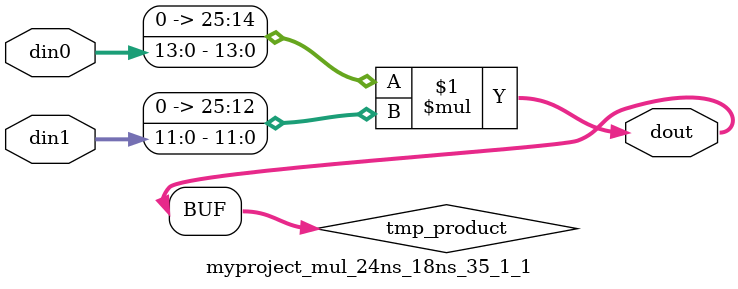
<source format=v>

`timescale 1 ns / 1 ps

  module myproject_mul_24ns_18ns_35_1_1(din0, din1, dout);
parameter ID = 1;
parameter NUM_STAGE = 0;
parameter din0_WIDTH = 14;
parameter din1_WIDTH = 12;
parameter dout_WIDTH = 26;

input [din0_WIDTH - 1 : 0] din0; 
input [din1_WIDTH - 1 : 0] din1; 
output [dout_WIDTH - 1 : 0] dout;

wire signed [dout_WIDTH - 1 : 0] tmp_product;










assign tmp_product = $signed({1'b0, din0}) * $signed({1'b0, din1});











assign dout = tmp_product;







endmodule

</source>
